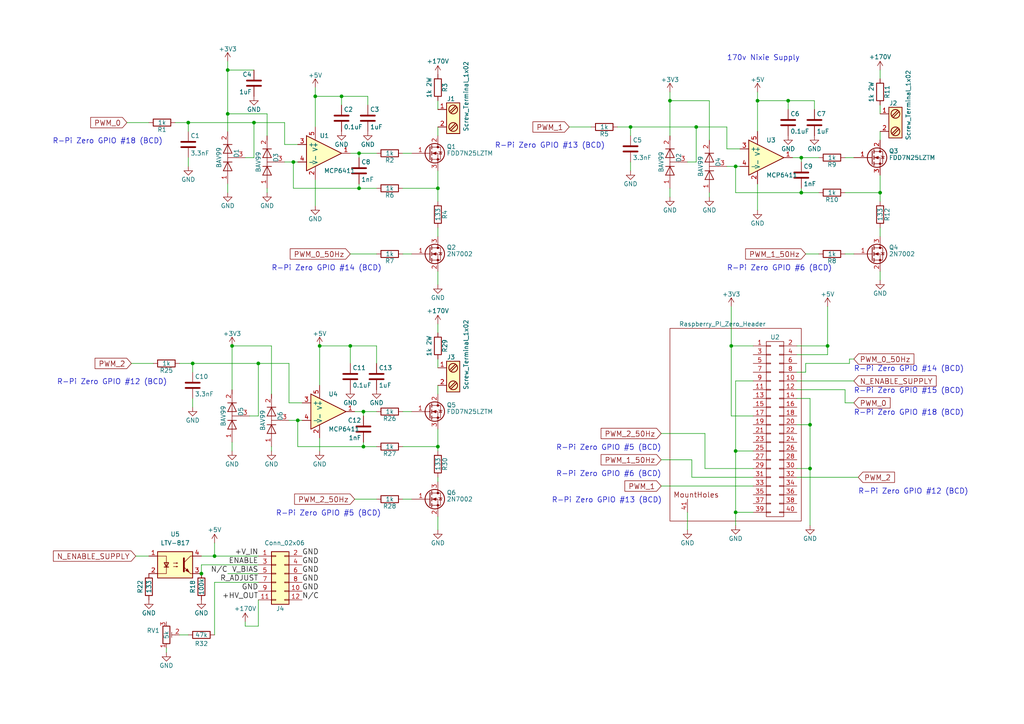
<source format=kicad_sch>
(kicad_sch (version 20230121) (generator eeschema)
  (paper "A4")
  (junction (at 201.93 36.83))
  (junction (at 55.88 105.41))
  (junction (at 228.6 29.21))
  (junction (at 54.61 35.56))
  (junction (at 105.41 129.54))
  (junction (at 240.03 100.33))
  (junction (at 127 129.54))
  (junction (at 194.31 29.21))
  (junction (at 58.42 166.37))
  (junction (at 92.71 100.33))
  (junction (at 74.93 105.41))
  (junction (at 182.88 36.83))
  (junction (at 62.23 161.29))
  (junction (at 232.41 55.88))
  (junction (at 101.6 100.33))
  (junction (at 104.14 44.45))
  (junction (at 212.09 100.33))
  (junction (at 86.36 121.92))
  (junction (at 66.04 20.32))
  (junction (at 234.95 123.19))
  (junction (at 105.41 119.38))
  (junction (at 73.66 35.56))
  (junction (at 219.71 29.21))
  (junction (at 213.36 48.26))
  (junction (at 232.41 45.72))
  (junction (at 255.27 55.88))
  (junction (at 213.36 130.81))
  (junction (at 66.04 33.02))
  (junction (at 127 54.61))
  (junction (at 213.36 148.59))
  (junction (at 99.06 27.94))
  (junction (at 104.14 54.61))
  (junction (at 91.44 27.94))
  (junction (at 67.31 100.33))
  (junction (at 234.95 135.89))
  (junction (at 85.09 46.99))
  (wire (pts (xy 55.88 107.95) (xy 55.88 105.41)))
  (wire (pts (xy 204.47 135.89) (xy 218.44 135.89)))
  (wire (pts (xy 116.84 73.66) (xy 119.38 73.66)))
  (wire (pts (xy 228.6 29.21) (xy 228.6 31.75)))
  (wire (pts (xy 83.82 116.84) (xy 87.63 116.84)))
  (wire (pts (xy 234.95 135.89) (xy 234.95 152.4)))
  (wire (pts (xy 101.6 73.66) (xy 109.22 73.66)))
  (wire (pts (xy 104.14 53.34) (xy 104.14 54.61)))
  (wire (pts (xy 245.11 45.72) (xy 247.65 45.72)))
  (wire (pts (xy 72.39 120.65) (xy 74.93 120.65)))
  (wire (pts (xy 105.41 120.65) (xy 105.41 119.38)))
  (wire (pts (xy 127 93.98) (xy 127 96.52)))
  (wire (pts (xy 194.31 26.67) (xy 194.31 29.21)))
  (wire (pts (xy 105.41 129.54) (xy 109.22 129.54)))
  (wire (pts (xy 86.36 121.92) (xy 86.36 129.54)))
  (wire (pts (xy 116.84 119.38) (xy 119.38 119.38)))
  (wire (pts (xy 233.68 107.95) (xy 233.68 105.41)))
  (wire (pts (xy 199.39 153.67) (xy 199.39 148.59)))
  (wire (pts (xy 210.82 43.18) (xy 214.63 43.18)))
  (wire (pts (xy 231.14 100.33) (xy 240.03 100.33)))
  (wire (pts (xy 127 130.81) (xy 127 129.54)))
  (wire (pts (xy 255.27 20.32) (xy 255.27 22.86)))
  (wire (pts (xy 231.14 110.49) (xy 247.65 110.49)))
  (wire (pts (xy 62.23 184.15) (xy 62.23 168.91)))
  (wire (pts (xy 62.23 161.29) (xy 74.93 161.29)))
  (wire (pts (xy 55.88 118.11) (xy 55.88 115.57)))
  (wire (pts (xy 182.88 49.53) (xy 182.88 46.99)))
  (wire (pts (xy 231.14 115.57) (xy 234.95 115.57)))
  (wire (pts (xy 191.77 140.97) (xy 218.44 140.97)))
  (wire (pts (xy 231.14 123.19) (xy 234.95 123.19)))
  (wire (pts (xy 77.47 33.02) (xy 66.04 33.02)))
  (wire (pts (xy 232.41 46.99) (xy 232.41 45.72)))
  (wire (pts (xy 213.36 148.59) (xy 218.44 148.59)))
  (wire (pts (xy 101.6 100.33) (xy 109.22 100.33)))
  (wire (pts (xy 82.55 35.56) (xy 82.55 41.91)))
  (wire (pts (xy 127 138.43) (xy 127 139.7)))
  (wire (pts (xy 105.41 119.38) (xy 109.22 119.38)))
  (wire (pts (xy 73.66 45.72) (xy 73.66 35.56)))
  (wire (pts (xy 233.68 105.41) (xy 246.38 105.41)))
  (wire (pts (xy 194.31 29.21) (xy 205.74 29.21)))
  (wire (pts (xy 240.03 88.9) (xy 240.03 100.33)))
  (wire (pts (xy 231.14 135.89) (xy 234.95 135.89)))
  (wire (pts (xy 82.55 46.99) (xy 85.09 46.99)))
  (wire (pts (xy 127 104.14) (xy 127 106.68)))
  (wire (pts (xy 240.03 100.33) (xy 240.03 102.87)))
  (wire (pts (xy 66.04 166.37) (xy 74.93 166.37)))
  (wire (pts (xy 127 36.83) (xy 127 39.37)))
  (wire (pts (xy 52.07 184.15) (xy 54.61 184.15)))
  (wire (pts (xy 62.23 157.48) (xy 62.23 161.29)))
  (wire (pts (xy 234.95 123.19) (xy 234.95 135.89)))
  (wire (pts (xy 204.47 125.73) (xy 204.47 135.89)))
  (wire (pts (xy 255.27 50.8) (xy 255.27 55.88)))
  (wire (pts (xy 104.14 54.61) (xy 109.22 54.61)))
  (wire (pts (xy 210.82 36.83) (xy 210.82 43.18)))
  (wire (pts (xy 39.37 161.29) (xy 43.18 161.29)))
  (wire (pts (xy 52.07 105.41) (xy 55.88 105.41)))
  (wire (pts (xy 212.09 120.65) (xy 218.44 120.65)))
  (wire (pts (xy 255.27 66.04) (xy 255.27 68.58)))
  (wire (pts (xy 182.88 36.83) (xy 201.93 36.83)))
  (wire (pts (xy 116.84 129.54) (xy 127 129.54)))
  (wire (pts (xy 127 29.21) (xy 127 31.75)))
  (wire (pts (xy 66.04 20.32) (xy 73.66 20.32)))
  (wire (pts (xy 219.71 29.21) (xy 228.6 29.21)))
  (wire (pts (xy 104.14 44.45) (xy 109.22 44.45)))
  (wire (pts (xy 245.11 116.84) (xy 247.65 116.84)))
  (wire (pts (xy 245.11 73.66) (xy 247.65 73.66)))
  (wire (pts (xy 106.68 27.94) (xy 106.68 30.48)))
  (wire (pts (xy 200.66 133.35) (xy 191.77 133.35)))
  (wire (pts (xy 83.82 121.92) (xy 86.36 121.92)))
  (wire (pts (xy 232.41 45.72) (xy 237.49 45.72)))
  (wire (pts (xy 218.44 130.81) (xy 213.36 130.81)))
  (wire (pts (xy 127 153.67) (xy 127 149.86)))
  (wire (pts (xy 66.04 20.32) (xy 66.04 17.78)))
  (wire (pts (xy 102.87 119.38) (xy 105.41 119.38)))
  (wire (pts (xy 91.44 59.69) (xy 91.44 52.07)))
  (wire (pts (xy 50.8 35.56) (xy 54.61 35.56)))
  (wire (pts (xy 201.93 36.83) (xy 210.82 36.83)))
  (wire (pts (xy 255.27 55.88) (xy 255.27 58.42)))
  (wire (pts (xy 62.23 168.91) (xy 74.93 168.91)))
  (wire (pts (xy 99.06 27.94) (xy 99.06 30.48)))
  (wire (pts (xy 74.93 173.99) (xy 74.93 181.61)))
  (wire (pts (xy 101.6 100.33) (xy 101.6 105.41)))
  (wire (pts (xy 78.74 100.33) (xy 78.74 114.3)))
  (wire (pts (xy 228.6 29.21) (xy 236.22 29.21)))
  (wire (pts (xy 43.18 35.56) (xy 36.83 35.56)))
  (wire (pts (xy 116.84 44.45) (xy 119.38 44.45)))
  (wire (pts (xy 213.36 55.88) (xy 232.41 55.88)))
  (wire (pts (xy 71.12 181.61) (xy 71.12 180.34)))
  (wire (pts (xy 236.22 29.21) (xy 236.22 31.75)))
  (wire (pts (xy 74.93 181.61) (xy 71.12 181.61)))
  (wire (pts (xy 67.31 100.33) (xy 78.74 100.33)))
  (wire (pts (xy 116.84 54.61) (xy 127 54.61)))
  (wire (pts (xy 245.11 113.03) (xy 245.11 116.84)))
  (wire (pts (xy 234.95 115.57) (xy 234.95 123.19)))
  (wire (pts (xy 229.87 45.72) (xy 232.41 45.72)))
  (wire (pts (xy 99.06 27.94) (xy 106.68 27.94)))
  (wire (pts (xy 210.82 48.26) (xy 213.36 48.26)))
  (wire (pts (xy 83.82 105.41) (xy 83.82 116.84)))
  (wire (pts (xy 127 66.04) (xy 127 68.58)))
  (wire (pts (xy 179.07 36.83) (xy 182.88 36.83)))
  (wire (pts (xy 127 124.46) (xy 127 129.54)))
  (wire (pts (xy 101.6 44.45) (xy 104.14 44.45)))
  (wire (pts (xy 92.71 130.81) (xy 92.71 127)))
  (wire (pts (xy 116.84 144.78) (xy 119.38 144.78)))
  (wire (pts (xy 219.71 26.67) (xy 219.71 29.21)))
  (wire (pts (xy 194.31 29.21) (xy 194.31 39.37)))
  (wire (pts (xy 127 82.55) (xy 127 78.74)))
  (wire (pts (xy 44.45 105.41) (xy 38.1 105.41)))
  (wire (pts (xy 85.09 46.99) (xy 86.36 46.99)))
  (wire (pts (xy 66.04 20.32) (xy 66.04 33.02)))
  (wire (pts (xy 218.44 100.33) (xy 212.09 100.33)))
  (wire (pts (xy 74.93 105.41) (xy 83.82 105.41)))
  (wire (pts (xy 85.09 54.61) (xy 104.14 54.61)))
  (wire (pts (xy 200.66 133.35) (xy 200.66 138.43)))
  (wire (pts (xy 231.14 138.43) (xy 248.92 138.43)))
  (wire (pts (xy 77.47 55.88) (xy 77.47 54.61)))
  (wire (pts (xy 205.74 29.21) (xy 205.74 40.64)))
  (wire (pts (xy 127 111.76) (xy 127 114.3)))
  (wire (pts (xy 240.03 102.87) (xy 231.14 102.87)))
  (wire (pts (xy 231.14 107.95) (xy 233.68 107.95)))
  (wire (pts (xy 182.88 39.37) (xy 182.88 36.83)))
  (wire (pts (xy 213.36 110.49) (xy 213.36 130.81)))
  (wire (pts (xy 82.55 41.91) (xy 86.36 41.91)))
  (wire (pts (xy 92.71 100.33) (xy 101.6 100.33)))
  (wire (pts (xy 67.31 100.33) (xy 67.31 113.03)))
  (wire (pts (xy 212.09 88.9) (xy 212.09 100.33)))
  (wire (pts (xy 91.44 27.94) (xy 91.44 36.83)))
  (wire (pts (xy 246.38 104.14) (xy 246.38 105.41)))
  (wire (pts (xy 109.22 100.33) (xy 109.22 105.41)))
  (wire (pts (xy 194.31 57.15) (xy 194.31 54.61)))
  (wire (pts (xy 86.36 129.54) (xy 105.41 129.54)))
  (wire (pts (xy 54.61 48.26) (xy 54.61 45.72)))
  (wire (pts (xy 92.71 100.33) (xy 92.71 111.76)))
  (wire (pts (xy 86.36 121.92) (xy 87.63 121.92)))
  (wire (pts (xy 66.04 33.02) (xy 66.04 38.1)))
  (wire (pts (xy 213.36 48.26) (xy 213.36 55.88)))
  (wire (pts (xy 233.68 73.66) (xy 237.49 73.66)))
  (wire (pts (xy 54.61 35.56) (xy 73.66 35.56)))
  (wire (pts (xy 104.14 45.72) (xy 104.14 44.45)))
  (wire (pts (xy 212.09 100.33) (xy 212.09 120.65)))
  (wire (pts (xy 213.36 48.26) (xy 214.63 48.26)))
  (wire (pts (xy 58.42 163.83) (xy 74.93 163.83)))
  (wire (pts (xy 218.44 110.49) (xy 213.36 110.49)))
  (wire (pts (xy 127 49.53) (xy 127 54.61)))
  (wire (pts (xy 200.66 138.43) (xy 218.44 138.43)))
  (wire (pts (xy 171.45 36.83) (xy 165.1 36.83)))
  (wire (pts (xy 213.36 130.81) (xy 213.36 148.59)))
  (wire (pts (xy 205.74 57.15) (xy 205.74 55.88)))
  (wire (pts (xy 231.14 113.03) (xy 245.11 113.03)))
  (wire (pts (xy 91.44 27.94) (xy 99.06 27.94)))
  (wire (pts (xy 67.31 130.81) (xy 67.31 128.27)))
  (wire (pts (xy 127 54.61) (xy 127 58.42)))
  (wire (pts (xy 58.42 163.83) (xy 58.42 166.37)))
  (wire (pts (xy 54.61 38.1) (xy 54.61 35.56)))
  (wire (pts (xy 73.66 35.56) (xy 82.55 35.56)))
  (wire (pts (xy 255.27 30.48) (xy 255.27 33.02)))
  (wire (pts (xy 91.44 25.4) (xy 91.44 27.94)))
  (wire (pts (xy 62.23 161.29) (xy 58.42 161.29)))
  (wire (pts (xy 102.87 144.78) (xy 109.22 144.78)))
  (wire (pts (xy 85.09 46.99) (xy 85.09 54.61)))
  (wire (pts (xy 245.11 55.88) (xy 255.27 55.88)))
  (wire (pts (xy 77.47 39.37) (xy 77.47 33.02)))
  (wire (pts (xy 105.41 128.27) (xy 105.41 129.54)))
  (wire (pts (xy 199.39 46.99) (xy 201.93 46.99)))
  (wire (pts (xy 48.26 189.23) (xy 48.26 187.96)))
  (wire (pts (xy 55.88 105.41) (xy 74.93 105.41)))
  (wire (pts (xy 66.04 55.88) (xy 66.04 53.34)))
  (wire (pts (xy 232.41 54.61) (xy 232.41 55.88)))
  (wire (pts (xy 255.27 38.1) (xy 255.27 40.64)))
  (wire (pts (xy 219.71 29.21) (xy 219.71 38.1)))
  (wire (pts (xy 78.74 130.81) (xy 78.74 129.54)))
  (wire (pts (xy 255.27 81.28) (xy 255.27 78.74)))
  (wire (pts (xy 201.93 46.99) (xy 201.93 36.83)))
  (wire (pts (xy 232.41 55.88) (xy 237.49 55.88)))
  (wire (pts (xy 213.36 148.59) (xy 213.36 152.4)))
  (wire (pts (xy 71.12 45.72) (xy 73.66 45.72)))
  (wire (pts (xy 219.71 60.96) (xy 219.71 53.34)))
  (wire (pts (xy 191.77 125.73) (xy 204.47 125.73)))
  (wire (pts (xy 246.38 104.14) (xy 247.65 104.14)))
  (wire (pts (xy 74.93 120.65) (xy 74.93 105.41)))
  (text "R-Pi Zero GPIO #5 (BCD)" (at 161.29 130.81 0) (effects (font (size 1.524 1.524)) (justify left bottom)))
  (text "R-Pi Zero GPIO #18 (BCD)" (at 15.24 41.91 0) (effects (font (size 1.524 1.524)) (justify left bottom)))
  (text "R-Pi Zero GPIO #6 (BCD)" (at 161.29 138.43 0) (effects (font (size 1.524 1.524)) (justify left bottom)))
  (text "R-Pi Zero GPIO #12 (BCD)" (at 16.51 111.76 0) (effects (font (size 1.524 1.524)) (justify left bottom)))
  (text "R-Pi Zero GPIO #12 (BCD)" (at 248.92 143.51 0) (effects (font (size 1.524 1.524)) (justify left bottom)))
  (text "R-Pi Zero GPIO #18 (BCD)" (at 247.65 120.65 0) (effects (font (size 1.524 1.524)) (justify left bottom)))
  (text "R-Pi Zero GPIO #13 (BCD)" (at 160.02 146.05 0) (effects (font (size 1.524 1.524)) (justify left bottom)))
  (text "R-Pi Zero GPIO #14 (BCD)" (at 78.74 78.74 0) (effects (font (size 1.524 1.524)) (justify left bottom)))
  (text "R-Pi Zero GPIO #6 (BCD)" (at 210.82 78.74 0) (effects (font (size 1.524 1.524)) (justify left bottom)))
  (text "R-Pi Zero GPIO #14 (BCD)" (at 247.65 107.95 0) (effects (font (size 1.524 1.524)) (justify left bottom)))
  (text "R-Pi Zero GPIO #15 (BCD)\n" (at 247.65 114.3 0) (effects (font (size 1.524 1.524)) (justify left bottom)))
  (text "R-Pi Zero GPIO #13 (BCD)" (at 143.51 43.18 0) (effects (font (size 1.524 1.524)) (justify left bottom)))
  (text "170v Nixie Supply \n" (at 210.82 17.78 0) (effects (font (size 1.524 1.524)) (justify left bottom)))
  (text "R-Pi Zero GPIO #5 (BCD)" (at 80.01 149.86 0) (effects (font (size 1.524 1.524)) (justify left bottom)))
  (label "N{slash}C" (at 87.63 173.99 0) (effects (font (size 1.524 1.524))))
  (label "+HV_OUT" (at 74.93 173.99 180) (effects (font (size 1.524 1.524))))
  (label "GND" (at 87.63 161.29 0) (effects (font (size 1.524 1.524))))
  (label "GND" (at 87.63 166.37 0) (effects (font (size 1.524 1.524))))
  (label "ENABLE" (at 74.93 163.83 180) (effects (font (size 1.524 1.524))))
  (label "GND" (at 87.63 171.45 0) (effects (font (size 1.524 1.524))))
  (label "V_BIAS" (at 74.93 166.37 180) (effects (font (size 1.524 1.524))))
  (label "+V_IN" (at 74.93 161.29 180) (effects (font (size 1.524 1.524))))
  (label "GND" (at 87.63 168.91 0) (effects (font (size 1.524 1.524))))
  (label "R_ADJUST" (at 74.93 168.91 180) (effects (font (size 1.524 1.524))))
  (label "N{slash}C" (at 66.04 166.37 180) (effects (font (size 1.524 1.524))))
  (label "GND" (at 87.63 163.83 0) (effects (font (size 1.524 1.524))))
  (label "GND" (at 74.93 171.45 180) (effects (font (size 1.524 1.524))))
  (global_label "PWM_1_50Hz" (shape input) (at 191.77 133.35 180) (effects (font (size 1.524 1.524))) (property "Intersheetrefs" "${INTERSHEET_REFS}" (effects hide)))
  (global_label "PWM_2_50Hz" (shape input) (at 102.87 144.78 180) (effects (font (size 1.524 1.524))) (property "Intersheetrefs" "${INTERSHEET_REFS}" (effects hide)))
  (global_label "N_ENABLE_SUPPLY" (shape input) (at 39.37 161.29 180) (effects (font (size 1.524 1.524))) (property "Intersheetrefs" "${INTERSHEET_REFS}" (effects hide)))
  (global_label "PWM_1" (shape input) (at 165.1 36.83 180) (effects (font (size 1.524 1.524))) (property "Intersheetrefs" "${INTERSHEET_REFS}" (effects hide)))
  (global_label "PWM_0_50Hz" (shape input) (at 247.65 104.14 0) (effects (font (size 1.524 1.524))) (property "Intersheetrefs" "${INTERSHEET_REFS}" (effects hide)))
  (global_label "PWM_2_50Hz" (shape input) (at 191.77 125.73 180) (effects (font (size 1.524 1.524))) (property "Intersheetrefs" "${INTERSHEET_REFS}" (effects hide)))
  (global_label "PWM_0" (shape input) (at 247.65 116.84 0) (effects (font (size 1.524 1.524))) (property "Intersheetrefs" "${INTERSHEET_REFS}" (effects hide)))
  (global_label "PWM_0_50Hz" (shape input) (at 101.6 73.66 180) (effects (font (size 1.524 1.524))) (property "Intersheetrefs" "${INTERSHEET_REFS}" (effects hide)))
  (global_label "PWM_1_50Hz" (shape input) (at 233.68 73.66 180) (effects (font (size 1.524 1.524))) (property "Intersheetrefs" "${INTERSHEET_REFS}" (effects hide)))
  (global_label "PWM_2" (shape input) (at 38.1 105.41 180) (effects (font (size 1.524 1.524))) (property "Intersheetrefs" "${INTERSHEET_REFS}" (effects hide)))
  (global_label "PWM_2" (shape input) (at 248.92 138.43 0) (effects (font (size 1.524 1.524))) (property "Intersheetrefs" "${INTERSHEET_REFS}" (effects hide)))
  (global_label "PWM_0" (shape input) (at 36.83 35.56 180) (effects (font (size 1.524 1.524))) (property "Intersheetrefs" "${INTERSHEET_REFS}" (effects hide)))
  (global_label "N_ENABLE_SUPPLY" (shape input) (at 247.65 110.49 0) (effects (font (size 1.524 1.524))) (property "Intersheetrefs" "${INTERSHEET_REFS}" (effects hide)))
  (global_label "PWM_1" (shape input) (at 191.77 140.97 180) (effects (font (size 1.524 1.524))) (property "Intersheetrefs" "${INTERSHEET_REFS}" (effects hide)))
  (symbol (lib_id "KC_3xNixieBargraphHat-rescue:R") (at 46.99 35.56 270) (unit 1)
    (property "Reference" "R1" (at 46.99 37.592 90))
    (property "Value" "1k" (at 46.99 35.56 90))
    (property "Footprint" "Resistor_SMD:R_0805_2012Metric_Pad1.20x1.40mm_HandSolder" (effects hide))
    (property "Datasheet" "https://www.digikey.com/product-detail/en/yageo/RC0805FR-071KL/311-1.00KCRCT-ND/730391" (effects hide))
    (property "MPN" "RC0805FR-071KL" (effects hide))
  )
  (symbol (lib_id "KC_3xNixieBargraphHat-rescue:C") (at 54.61 41.91 0) (unit 1)
    (property "Reference" "C1" (at 55.245 39.37 0) (effects (justify left)))
    (property "Value" "3.3nF" (at 55.245 44.45 0) (effects (justify left)))
    (property "Footprint" "Capacitor_SMD:C_0805_2012Metric_Pad1.18x1.45mm_HandSolder" (effects hide))
    (property "Datasheet" "https://www.digikey.com/product-detail/en/kemet/C0805C332KDRACAUTO/399-16654-1-ND/8110020" (effects hide))
    (property "MPN" "C0805C332KDRACAUTO" (effects hide))
  )
  (symbol (lib_id "KC_3xNixieBargraphHat-rescue:R") (at 127 62.23 0) (unit 1)
    (property "Reference" "R4" (at 129.032 62.23 90))
    (property "Value" "133" (at 127 62.23 90))
    (property "Footprint" "Resistor_SMD:R_0805_2012Metric_Pad1.20x1.40mm_HandSolder" (effects hide))
    (property "Datasheet" "https://www.digikey.com/product-detail/en/yageo/RC0805FR-07133RL/311-133CRCT-ND/730538" (effects hide))
    (property "MPN" "RC0805FR-07133RL" (effects hide))
  )
  (symbol (lib_id "KC_3xNixieBargraphHat-rescue:R") (at 113.03 44.45 270) (unit 1)
    (property "Reference" "R2" (at 113.03 46.482 90))
    (property "Value" "1k" (at 113.03 44.45 90))
    (property "Footprint" "Resistor_SMD:R_0805_2012Metric_Pad1.20x1.40mm_HandSolder" (effects hide))
    (property "Datasheet" "https://www.digikey.com/product-detail/en/yageo/RC0805FR-071KL/311-1.00KCRCT-ND/730391" (effects hide))
    (property "MPN" "RC0805FR-078K2L" (effects hide))
  )
  (symbol (lib_id "KC_3xNixieBargraphHat-rescue:R") (at 127 25.4 0) (unit 1)
    (property "Reference" "R3" (at 129.032 25.4 90))
    (property "Value" "1k 2W" (at 124.46 25.4 90))
    (property "Footprint" "Resistor_THT:R_Axial_DIN0411_L9.9mm_D3.6mm_P12.70mm_Horizontal" (effects hide))
    (property "Datasheet" "https://www.digikey.com/product-detail/en/vishay-bc-components/PR02000201001JR500/PPC1.0KW-2TR-ND/596130" (effects hide))
    (property "MPN" "PR02000201001JR500" (effects hide))
  )
  (symbol (lib_id "KC_3xNixieBargraphHat-rescue:MCP6001") (at 93.98 44.45 0) (unit 1)
    (property "Reference" "U1" (at 92.71 39.37 0) (effects (justify left)))
    (property "Value" "MCP6411" (at 93.98 49.53 0) (effects (justify left)))
    (property "Footprint" "Package_TO_SOT_SMD:TSOT-23-5_HandSoldering" (effects hide))
    (property "Datasheet" "http://ww1.microchip.com/downloads/en/DeviceDoc/20005791B.pdf" (effects hide))
    (property "MPN" "MCP6411T-E/OT" (effects hide))
  )
  (symbol (lib_id "KC_3xNixieBargraphHat-rescue:2N7002") (at 124.46 73.66 0) (unit 1)
    (property "Reference" "Q2" (at 129.54 71.755 0) (effects (justify left)))
    (property "Value" "2N7002" (at 129.54 73.66 0) (effects (justify left)))
    (property "Footprint" "Package_TO_SOT_SMD:SOT-23" (effects hide))
    (property "Datasheet" "https://www.digikey.com/product-detail/en/micro-commercial-co/2N7002-TP/2N7002-TPMSTR-ND/1959296" (effects hide))
    (property "MPN" "2N7002-TP" (effects hide))
  )
  (symbol (lib_id "KC_3xNixieBargraphHat-rescue:BSP129") (at 124.46 44.45 0) (unit 1)
    (property "Reference" "Q1" (at 129.54 42.545 0) (effects (justify left)))
    (property "Value" "FDD7N25LZTM" (at 129.54 44.45 0) (effects (justify left)))
    (property "Footprint" "Package_TO_SOT_SMD:TO-252-2" (effects hide))
    (property "Datasheet" "https://www.digikey.com/product-detail/en/on-semiconductor/FDD7N25LZTM/FDD7N25LZTMCT-ND/3908038" (effects hide))
    (property "MPN" "FDD7N25LZTM" (effects hide))
  )
  (symbol (lib_id "KC_3xNixieBargraphHat-rescue:GND") (at 127 82.55 0) (unit 1)
    (property "Reference" "#PWR01" (effects hide))
    (property "Value" "GND" (at 127 86.36 0))
  )
  (symbol (lib_id "KC_3xNixieBargraphHat-rescue:GND") (at 91.44 59.69 0) (unit 1)
    (property "Reference" "#PWR02" (effects hide))
    (property "Value" "GND" (at 91.44 63.5 0))
  )
  (symbol (lib_id "KC_3xNixieBargraphHat-rescue:GND") (at 54.61 48.26 0) (unit 1)
    (property "Reference" "#PWR03" (effects hide))
    (property "Value" "GND" (at 54.61 52.07 0))
  )
  (symbol (lib_id "KC_3xNixieBargraphHat-rescue:+170V") (at 127 21.59 0) (unit 1)
    (property "Reference" "#PWR04" (effects hide))
    (property "Value" "+170V" (at 127 17.78 0))
  )
  (symbol (lib_id "KC_3xNixieBargraphHat-rescue:GND") (at 66.04 55.88 0) (unit 1)
    (property "Reference" "#PWR05" (effects hide))
    (property "Value" "GND" (at 66.04 59.69 0))
  )
  (symbol (lib_id "KC_3xNixieBargraphHat-rescue:+3.3V") (at 66.04 17.78 0) (unit 1)
    (property "Reference" "#PWR06" (effects hide))
    (property "Value" "+3.3V" (at 66.04 14.224 0))
  )
  (symbol (lib_id "KC_3xNixieBargraphHat-rescue:D_x2_Serial_AKC") (at 66.04 45.72 90) (unit 1)
    (property "Reference" "D1" (at 68.58 44.45 0))
    (property "Value" "BAV99" (at 63.5 45.72 0))
    (property "Footprint" "Package_TO_SOT_SMD:SOT-23" (effects hide))
    (property "Datasheet" "https://www.digikey.com/product-detail/en/nexperia-usa-inc/BAV99235/1727-4311-1-ND/2209921" (effects hide))
    (property "MPN" "BAV99,235" (effects hide))
  )
  (symbol (lib_id "KC_3xNixieBargraphHat-rescue:C") (at 99.06 34.29 0) (unit 1)
    (property "Reference" "C2" (at 99.695 31.75 0) (effects (justify left)))
    (property "Value" "0.1uF" (at 99.695 36.83 0) (effects (justify left)))
    (property "Footprint" "Capacitor_SMD:C_0805_2012Metric_Pad1.18x1.45mm_HandSolder" (effects hide))
    (property "Datasheet" "https://www.digikey.com/product-detail/en/kemet/C0805C104K3RACTU/399-1168-2-ND/411167" (effects hide))
    (property "MPN" "C0805C104K3RACTU" (effects hide))
  )
  (symbol (lib_id "KC_3xNixieBargraphHat-rescue:GND") (at 99.06 38.1 0) (unit 1)
    (property "Reference" "#PWR07" (effects hide))
    (property "Value" "GND" (at 99.06 41.91 0))
  )
  (symbol (lib_id "KC_3xNixieBargraphHat-rescue:C") (at 106.68 34.29 0) (unit 1)
    (property "Reference" "C3" (at 107.315 31.75 0) (effects (justify left)))
    (property "Value" "1uF" (at 107.315 36.83 0) (effects (justify left)))
    (property "Footprint" "Capacitor_SMD:C_0805_2012Metric_Pad1.18x1.45mm_HandSolder" (effects hide))
    (property "Datasheet" "https://www.digikey.com/product-detail/en/samsung-electro-mechanics/CL21F105ZBFNNNE/1276-3010-2-ND/3888668" (effects hide))
    (property "MPN" "CL21F105ZBFNNNE" (effects hide))
  )
  (symbol (lib_id "KC_3xNixieBargraphHat-rescue:GND") (at 106.68 38.1 0) (unit 1)
    (property "Reference" "#PWR08" (effects hide))
    (property "Value" "GND" (at 106.68 41.91 0))
  )
  (symbol (lib_id "KC_3xNixieBargraphHat-rescue:Raspberry_PI_Zero_Hat") (at 214.63 121.92 0) (unit 1)
    (property "Reference" "U2" (at 224.79 97.79 0))
    (property "Value" "Raspberry_PI_Zero_Header" (at 209.55 93.98 0))
    (property "Footprint" "Connector_PinHeader_2.54mm:PinHeader_2x20_P2.54mm_Vertical" (effects hide))
  )
  (symbol (lib_id "KC_3xNixieBargraphHat-rescue:GND") (at 213.36 152.4 0) (unit 1)
    (property "Reference" "#PWR012" (effects hide))
    (property "Value" "GND" (at 213.36 156.21 0))
  )
  (symbol (lib_id "KC_3xNixieBargraphHat-rescue:+5V") (at 240.03 88.9 0) (unit 1)
    (property "Reference" "#PWR013" (effects hide))
    (property "Value" "+5V" (at 240.03 85.344 0))
  )
  (symbol (lib_id "KC_3xNixieBargraphHat-rescue:+3.3V") (at 212.09 88.9 0) (unit 1)
    (property "Reference" "#PWR014" (effects hide))
    (property "Value" "+3.3V" (at 212.09 85.344 0))
  )
  (symbol (lib_id "KC_3xNixieBargraphHat-rescue:GND") (at 234.95 152.4 0) (unit 1)
    (property "Reference" "#PWR015" (effects hide))
    (property "Value" "GND" (at 234.95 156.21 0))
  )
  (symbol (lib_id "KC_3xNixieBargraphHat-rescue:+5V") (at 91.44 25.4 0) (unit 1)
    (property "Reference" "#PWR016" (effects hide))
    (property "Value" "+5V" (at 91.44 21.844 0))
  )
  (symbol (lib_id "KC_3xNixieBargraphHat-rescue:R") (at 175.26 36.83 270) (unit 1)
    (property "Reference" "R5" (at 175.26 38.862 90))
    (property "Value" "1k" (at 175.26 36.83 90))
    (property "Footprint" "Resistor_SMD:R_0805_2012Metric_Pad1.20x1.40mm_HandSolder" (effects hide))
    (property "Datasheet" "https://www.digikey.com/product-detail/en/yageo/RC0805FR-071KL/311-1.00KCRCT-ND/730391" (effects hide))
    (property "MPN" "RC0805FR-071KL" (effects hide))
  )
  (symbol (lib_id "KC_3xNixieBargraphHat-rescue:C") (at 182.88 43.18 0) (unit 1)
    (property "Reference" "C5" (at 183.515 40.64 0) (effects (justify left)))
    (property "Value" "3.3nF" (at 183.515 45.72 0) (effects (justify left)))
    (property "Footprint" "Capacitor_SMD:C_0805_2012Metric_Pad1.18x1.45mm_HandSolder" (effects hide))
    (property "Datasheet" "https://www.digikey.com/product-detail/en/kemet/C0805C332KDRACAUTO/399-16654-1-ND/8110020" (effects hide))
    (property "MPN" "C0805C332KDRACAUTO" (effects hide))
  )
  (symbol (lib_id "KC_3xNixieBargraphHat-rescue:R") (at 255.27 62.23 0) (unit 1)
    (property "Reference" "R12" (at 257.302 62.23 90))
    (property "Value" "133" (at 255.27 62.23 90))
    (property "Footprint" "Resistor_SMD:R_0805_2012Metric_Pad1.20x1.40mm_HandSolder" (effects hide))
    (property "Datasheet" "https://www.digikey.com/product-detail/en/yageo/RC0805FR-07133RL/311-133CRCT-ND/730538" (effects hide))
    (property "MPN" "RC0805FR-07133RL" (effects hide))
  )
  (symbol (lib_id "KC_3xNixieBargraphHat-rescue:R") (at 241.3 45.72 270) (unit 1)
    (property "Reference" "R9" (at 241.3 47.752 90))
    (property "Value" "1k" (at 241.3 45.72 90))
    (property "Footprint" "Resistor_SMD:R_0805_2012Metric_Pad1.20x1.40mm_HandSolder" (effects hide))
    (property "Datasheet" "https://www.digikey.com/product-detail/en/yageo/RC0805FR-071KL/311-1.00KCRCT-ND/730391" (effects hide))
    (property "MPN" "RC0805FR-078K2L" (effects hide))
  )
  (symbol (lib_id "KC_3xNixieBargraphHat-rescue:R") (at 255.27 26.67 0) (unit 1)
    (property "Reference" "R11" (at 257.302 26.67 90))
    (property "Value" "1k 2W" (at 252.73 26.67 90))
    (property "Footprint" "Resistor_THT:R_Axial_DIN0411_L9.9mm_D3.6mm_P12.70mm_Horizontal" (effects hide))
    (property "Datasheet" "https://www.digikey.com/product-detail/en/vishay-bc-components/PR02000201001JR500/PPC1.0KW-2TR-ND/596130" (effects hide))
    (property "MPN" "PR02000201001JR500" (effects hide))
  )
  (symbol (lib_id "KC_3xNixieBargraphHat-rescue:2N7002") (at 252.73 73.66 0) (unit 1)
    (property "Reference" "Q4" (at 257.81 71.755 0) (effects (justify left)))
    (property "Value" "2N7002" (at 257.81 73.66 0) (effects (justify left)))
    (property "Footprint" "Package_TO_SOT_SMD:SOT-23" (effects hide))
    (property "Datasheet" "https://www.digikey.com/product-detail/en/micro-commercial-co/2N7002-TP/2N7002-TPMSTR-ND/1959296" (effects hide))
    (property "MPN" "2N7002-TP" (effects hide))
  )
  (symbol (lib_id "KC_3xNixieBargraphHat-rescue:BSP129") (at 252.73 45.72 0) (unit 1)
    (property "Reference" "Q3" (at 257.81 43.815 0) (effects (justify left)))
    (property "Value" "FDD7N25LZTM" (at 257.81 45.72 0) (effects (justify left)))
    (property "Footprint" "Package_TO_SOT_SMD:TO-252-2" (effects hide))
    (property "Datasheet" "https://www.digikey.com/product-detail/en/on-semiconductor/FDD7N25LZTM/FDD7N25LZTMCT-ND/3908038" (effects hide))
    (property "MPN" "FDD7N25LZTM" (effects hide))
  )
  (symbol (lib_id "KC_3xNixieBargraphHat-rescue:MCP6001") (at 222.25 45.72 0) (unit 1)
    (property "Reference" "U3" (at 222.25 40.64 0) (effects (justify left)))
    (property "Value" "MCP6411" (at 222.25 50.8 0) (effects (justify left)))
    (property "Footprint" "Package_TO_SOT_SMD:TSOT-23-5_HandSoldering" (effects hide))
    (property "Datasheet" "http://ww1.microchip.com/downloads/en/DeviceDoc/20005791B.pdf" (effects hide))
    (property "MPN" "MCP6411T-E/OT" (effects hide))
  )
  (symbol (lib_id "KC_3xNixieBargraphHat-rescue:GND") (at 255.27 81.28 0) (unit 1)
    (property "Reference" "#PWR017" (effects hide))
    (property "Value" "GND" (at 255.27 85.09 0))
  )
  (symbol (lib_id "KC_3xNixieBargraphHat-rescue:GND") (at 219.71 60.96 0) (unit 1)
    (property "Reference" "#PWR018" (effects hide))
    (property "Value" "GND" (at 219.71 64.77 0))
  )
  (symbol (lib_id "KC_3xNixieBargraphHat-rescue:GND") (at 182.88 49.53 0) (unit 1)
    (property "Reference" "#PWR019" (effects hide))
    (property "Value" "GND" (at 182.88 53.34 0))
  )
  (symbol (lib_id "KC_3xNixieBargraphHat-rescue:+170V") (at 255.27 20.32 0) (unit 1)
    (property "Reference" "#PWR020" (effects hide))
    (property "Value" "+170V" (at 255.27 16.51 0))
  )
  (symbol (lib_id "KC_3xNixieBargraphHat-rescue:GND") (at 194.31 57.15 0) (unit 1)
    (property "Reference" "#PWR021" (effects hide))
    (property "Value" "GND" (at 194.31 60.96 0))
  )
  (symbol (lib_id "KC_3xNixieBargraphHat-rescue:+3.3V") (at 194.31 26.67 0) (unit 1)
    (property "Reference" "#PWR022" (effects hide))
    (property "Value" "+3.3V" (at 194.31 23.114 0))
  )
  (symbol (lib_id "KC_3xNixieBargraphHat-rescue:D_x2_Serial_AKC") (at 194.31 46.99 90) (unit 1)
    (property "Reference" "D2" (at 196.85 45.72 0))
    (property "Value" "BAV99" (at 191.77 46.99 0))
    (property "Footprint" "Package_TO_SOT_SMD:SOT-23" (effects hide))
    (property "Datasheet" "https://www.digikey.com/product-detail/en/nexperia-usa-inc/BAV99235/1727-4311-1-ND/2209921" (effects hide))
    (property "MPN" "BAV99,235" (effects hide))
  )
  (symbol (lib_id "KC_3xNixieBargraphHat-rescue:C") (at 228.6 35.56 0) (unit 1)
    (property "Reference" "C6" (at 229.235 33.02 0) (effects (justify left)))
    (property "Value" "0.1uF" (at 229.235 38.1 0) (effects (justify left)))
    (property "Footprint" "Capacitor_SMD:C_0805_2012Metric_Pad1.18x1.45mm_HandSolder" (effects hide))
    (property "Datasheet" "https://www.digikey.com/product-detail/en/kemet/C0805C104K3RACTU/399-1168-2-ND/411167" (effects hide))
    (property "MPN" "C0805C104K3RACTU" (effects hide))
  )
  (symbol (lib_id "KC_3xNixieBargraphHat-rescue:GND") (at 228.6 39.37 0) (unit 1)
    (property "Reference" "#PWR023" (effects hide))
    (property "Value" "GND" (at 228.6 43.18 0))
  )
  (symbol (lib_id "KC_3xNixieBargraphHat-rescue:C") (at 236.22 35.56 0) (unit 1)
    (property "Reference" "C7" (at 236.855 33.02 0) (effects (justify left)))
    (property "Value" "1uF" (at 236.855 38.1 0) (effects (justify left)))
    (property "Footprint" "Capacitor_SMD:C_0805_2012Metric_Pad1.18x1.45mm_HandSolder" (effects hide))
    (property "Datasheet" "https://www.digikey.com/product-detail/en/samsung-electro-mechanics/CL21F105ZBFNNNE/1276-3010-2-ND/3888668" (effects hide))
    (property "MPN" "CL21F105ZBFNNNE" (effects hide))
  )
  (symbol (lib_id "KC_3xNixieBargraphHat-rescue:GND") (at 236.22 39.37 0) (unit 1)
    (property "Reference" "#PWR024" (effects hide))
    (property "Value" "GND" (at 236.22 43.18 0))
  )
  (symbol (lib_id "KC_3xNixieBargraphHat-rescue:+5V") (at 219.71 26.67 0) (unit 1)
    (property "Reference" "#PWR025" (effects hide))
    (property "Value" "+5V" (at 219.71 23.114 0))
  )
  (symbol (lib_id "KC_3xNixieBargraphHat-rescue:R") (at 113.03 54.61 270) (unit 1)
    (property "Reference" "R6" (at 113.03 56.642 90))
    (property "Value" "1k" (at 113.03 54.61 90))
    (property "Footprint" "Resistor_SMD:R_0805_2012Metric_Pad1.20x1.40mm_HandSolder" (effects hide))
    (property "Datasheet" "https://www.digikey.com/product-detail/en/yageo/RC0805FR-071KL/311-1.00KCRCT-ND/730391" (effects hide))
    (property "MPN" "RC0805FR-071KL" (effects hide))
  )
  (symbol (lib_id "KC_3xNixieBargraphHat-rescue:R") (at 241.3 55.88 270) (unit 1)
    (property "Reference" "R10" (at 241.3 57.912 90))
    (property "Value" "1k" (at 241.3 55.88 90))
    (property "Footprint" "Resistor_SMD:R_0805_2012Metric_Pad1.20x1.40mm_HandSolder" (effects hide))
    (property "Datasheet" "https://www.digikey.com/product-detail/en/yageo/RC0805FR-071KL/311-1.00KCRCT-ND/730391" (effects hide))
    (property "MPN" "RC0805FR-071KL" (effects hide))
  )
  (symbol (lib_id "KC_3xNixieBargraphHat-rescue:R") (at 241.3 73.66 270) (unit 1)
    (property "Reference" "R8" (at 241.3 75.692 90))
    (property "Value" "1k" (at 241.3 73.66 90))
    (property "Footprint" "Resistor_SMD:R_0805_2012Metric_Pad1.20x1.40mm_HandSolder" (effects hide))
    (property "Datasheet" "https://www.digikey.com/product-detail/en/yageo/RC0805FR-071KL/311-1.00KCRCT-ND/730391" (effects hide))
    (property "MPN" "RC0805FR-071KL" (effects hide))
  )
  (symbol (lib_id "KC_3xNixieBargraphHat-rescue:R") (at 113.03 73.66 270) (unit 1)
    (property "Reference" "R7" (at 113.03 75.692 90))
    (property "Value" "1k" (at 113.03 73.66 90))
    (property "Footprint" "Resistor_SMD:R_0805_2012Metric_Pad1.20x1.40mm_HandSolder" (effects hide))
    (property "Datasheet" "https://www.digikey.com/product-detail/en/yageo/RC0805FR-071KL/311-1.00KCRCT-ND/730391" (effects hide))
    (property "MPN" "RC0805FR-071KL" (effects hide))
  )
  (symbol (lib_id "KC_3xNixieBargraphHat-rescue:Screw_Terminal_1x02") (at 132.08 34.29 0) (mirror y) (unit 1)
    (property "Reference" "J1" (at 130.81 27.94 0) (effects (justify top)))
    (property "Value" "Screw_Terminal_1x02" (at 135.89 27.94 90) (effects (justify top)))
    (property "Footprint" "TerminalBlock_Phoenix:TerminalBlock_Phoenix_MPT-0,5-2-2.54_1x02_P2.54mm_Horizontal" (effects hide))
    (property "Datasheet" "https://www.digikey.com/product-detail/en/phoenix-contact/1725669/277-1274-ND/267463" (effects hide))
    (property "MPN" "1725669" (effects hide))
  )
  (symbol (lib_id "KC_3xNixieBargraphHat-rescue:Screw_Terminal_1x02") (at 260.35 35.56 0) (mirror y) (unit 1)
    (property "Reference" "J2" (at 259.08 29.21 0) (effects (justify top)))
    (property "Value" "Screw_Terminal_1x02" (at 264.16 30.48 90) (effects (justify top)))
    (property "Footprint" "TerminalBlock_Phoenix:TerminalBlock_Phoenix_MPT-0,5-2-2.54_1x02_P2.54mm_Horizontal" (effects hide))
    (property "Datasheet" "https://www.digikey.com/product-detail/en/phoenix-contact/1725669/277-1274-ND/267463" (effects hide))
    (property "MPN" "1725669" (effects hide))
  )
  (symbol (lib_id "KC_3xNixieBargraphHat-rescue:D_x2_Serial_AKC") (at 77.47 46.99 90) (unit 1)
    (property "Reference" "D3" (at 80.01 45.72 0))
    (property "Value" "BAV99" (at 74.93 46.99 0))
    (property "Footprint" "Package_TO_SOT_SMD:SOT-23" (effects hide))
    (property "Datasheet" "https://www.digikey.com/product-detail/en/nexperia-usa-inc/BAV99235/1727-4311-1-ND/2209921" (effects hide))
    (property "MPN" "BAV99,235" (effects hide))
  )
  (symbol (lib_id "KC_3xNixieBargraphHat-rescue:GND") (at 77.47 55.88 0) (unit 1)
    (property "Reference" "#PWR028" (effects hide))
    (property "Value" "GND" (at 77.47 59.69 0))
  )
  (symbol (lib_id "KC_3xNixieBargraphHat-rescue:D_x2_Serial_AKC") (at 205.74 48.26 90) (unit 1)
    (property "Reference" "D4" (at 208.28 46.99 0))
    (property "Value" "BAV99" (at 203.2 48.26 0))
    (property "Footprint" "Package_TO_SOT_SMD:SOT-23" (effects hide))
    (property "Datasheet" "https://www.digikey.com/product-detail/en/nexperia-usa-inc/BAV99235/1727-4311-1-ND/2209921" (effects hide))
    (property "MPN" "BAV99,235" (effects hide))
  )
  (symbol (lib_id "KC_3xNixieBargraphHat-rescue:GND") (at 205.74 57.15 0) (unit 1)
    (property "Reference" "#PWR029" (effects hide))
    (property "Value" "GND" (at 205.74 60.96 0))
  )
  (symbol (lib_id "KC_3xNixieBargraphHat-rescue:C") (at 104.14 49.53 0) (unit 1)
    (property "Reference" "C8" (at 104.775 46.99 0) (effects (justify left)))
    (property "Value" "1nF" (at 104.775 52.07 0) (effects (justify left)))
    (property "Footprint" "Capacitor_SMD:C_0805_2012Metric_Pad1.18x1.45mm_HandSolder" (effects hide))
    (property "Datasheet" "https://www.digikey.com/product-detail/en/kemet/C0805C102J5HACAUTO/399-16591-1-ND/7943643" (effects hide))
    (property "MPN" "C0805C102J5HACAUTO" (effects hide))
  )
  (symbol (lib_id "KC_3xNixieBargraphHat-rescue:C") (at 232.41 50.8 0) (unit 1)
    (property "Reference" "C9" (at 233.045 48.26 0) (effects (justify left)))
    (property "Value" "1nF" (at 233.045 53.34 0) (effects (justify left)))
    (property "Footprint" "Capacitor_SMD:C_0805_2012Metric_Pad1.18x1.45mm_HandSolder" (effects hide))
    (property "Datasheet" "https://www.digikey.com/product-detail/en/kemet/C0805C102J5HACAUTO/399-16591-1-ND/7943643" (effects hide))
    (property "MPN" "C0805C102J5HACAUTO" (effects hide))
  )
  (symbol (lib_id "KC_3xNixieBargraphHat-rescue:C") (at 73.66 24.13 0) (mirror y) (unit 1)
    (property "Reference" "C4" (at 73.025 21.59 0) (effects (justify left)))
    (property "Value" "1uF" (at 73.025 26.67 0) (effects (justify left)))
    (property "Footprint" "Capacitor_SMD:C_0805_2012Metric_Pad1.18x1.45mm_HandSolder" (effects hide))
    (property "Datasheet" "https://www.digikey.com/product-detail/en/samsung-electro-mechanics/CL21F105ZBFNNNE/1276-3010-2-ND/3888668" (effects hide))
    (property "MPN" "CL21F105ZBFNNNE" (effects hide))
  )
  (symbol (lib_id "KC_3xNixieBargraphHat-rescue:GND") (at 73.66 27.94 0) (unit 1)
    (property "Reference" "#PWR030" (effects hide))
    (property "Value" "GND" (at 73.66 31.75 0))
  )
  (symbol (lib_id "KC_3xNixieBargraphHat-rescue:GND") (at 199.39 153.67 0) (unit 1)
    (property "Reference" "#PWR031" (effects hide))
    (property "Value" "GND" (at 199.39 157.48 0))
  )
  (symbol (lib_id "KC_3xNixieBargraphHat-rescue:R") (at 127 134.62 0) (unit 1)
    (property "Reference" "R30" (at 129.032 134.62 90))
    (property "Value" "133" (at 127 134.62 90))
    (property "Footprint" "Resistor_SMD:R_0805_2012Metric_Pad1.20x1.40mm_HandSolder" (effects hide))
    (property "Datasheet" "https://www.digikey.com/product-detail/en/yageo/RC0805FR-07133RL/311-133CRCT-ND/730538" (effects hide))
    (property "MPN" "RC0805FR-07133RL" (effects hide))
  )
  (symbol (lib_id "KC_3xNixieBargraphHat-rescue:D_x2_Serial_AKC") (at 67.31 120.65 90) (unit 1)
    (property "Reference" "D5" (at 69.85 119.38 0))
    (property "Value" "BAV99" (at 64.77 120.65 0))
    (property "Footprint" "Package_TO_SOT_SMD:SOT-23" (effects hide))
    (property "Datasheet" "https://www.digikey.com/product-detail/en/nexperia-usa-inc/BAV99235/1727-4311-1-ND/2209921" (effects hide))
    (property "MPN" "BAV99,235" (effects hide))
  )
  (symbol (lib_id "KC_3xNixieBargraphHat-rescue:R") (at 48.26 105.41 270) (unit 1)
    (property "Reference" "R25" (at 48.26 107.442 90))
    (property "Value" "1k" (at 48.26 105.41 90))
    (property "Footprint" "Resistor_SMD:R_0805_2012Metric_Pad1.20x1.40mm_HandSolder" (effects hide))
    (property "Datasheet" "https://www.digikey.com/product-detail/en/yageo/RC0805FR-071KL/311-1.00KCRCT-ND/730391" (effects hide))
    (property "MPN" "RC0805FR-071KL" (effects hide))
  )
  (symbol (lib_id "KC_3xNixieBargraphHat-rescue:GND") (at 58.42 173.99 0) (unit 1)
    (property "Reference" "#PWR045" (effects hide))
    (property "Value" "GND" (at 58.42 177.8 0))
  )
  (symbol (lib_id "KC_3xNixieBargraphHat-rescue:+3.3V") (at 67.31 100.33 0) (unit 1)
    (property "Reference" "#PWR033" (effects hide))
    (property "Value" "+3.3V" (at 67.31 96.774 0))
  )
  (symbol (lib_id "KC_3xNixieBargraphHat-rescue:+5V") (at 62.23 157.48 0) (mirror y) (unit 1)
    (property "Reference" "#PWR043" (effects hide))
    (property "Value" "+5V" (at 62.23 153.67 0))
  )
  (symbol (lib_id "KC_3xNixieBargraphHat-rescue:C") (at 105.41 124.46 0) (mirror y) (unit 1)
    (property "Reference" "C12" (at 104.775 121.92 0) (effects (justify left)))
    (property "Value" "1nF" (at 104.775 127 0) (effects (justify left)))
    (property "Footprint" "Capacitor_SMD:C_0805_2012Metric_Pad1.18x1.45mm_HandSolder" (effects hide))
    (property "Datasheet" "https://www.digikey.com/product-detail/en/kemet/C0805C102J5HACAUTO/399-16591-1-ND/7943643" (effects hide))
    (property "MPN" "C0805C102J5HACAUTO" (effects hide))
  )
  (symbol (lib_id "KC_3xNixieBargraphHat-rescue:C") (at 55.88 111.76 0) (unit 1)
    (property "Reference" "C10" (at 56.515 109.22 0) (effects (justify left)))
    (property "Value" "3.3nF" (at 56.515 114.3 0) (effects (justify left)))
    (property "Footprint" "Capacitor_SMD:C_0805_2012Metric_Pad1.18x1.45mm_HandSolder" (effects hide))
    (property "Datasheet" "https://www.digikey.com/product-detail/en/kemet/C0805C332KDRACAUTO/399-16654-1-ND/8110020" (effects hide))
    (property "MPN" "C0805C332KDRACAUTO" (effects hide))
  )
  (symbol (lib_id "KC_3xNixieBargraphHat-rescue:MCP6001") (at 95.25 119.38 0) (unit 1)
    (property "Reference" "U4" (at 95.25 114.3 0) (effects (justify left)))
    (property "Value" "MCP6411" (at 95.25 124.46 0) (effects (justify left)))
    (property "Footprint" "Package_TO_SOT_SMD:TSOT-23-5_HandSoldering" (effects hide))
    (property "Datasheet" "http://ww1.microchip.com/downloads/en/DeviceDoc/20005791B.pdf" (effects hide))
    (property "MPN" "MCP6411T-E/OT" (effects hide))
  )
  (symbol (lib_id "KC_3xNixieBargraphHat-rescue:+170V") (at 127 93.98 0) (unit 1)
    (property "Reference" "#PWR040" (effects hide))
    (property "Value" "+170V" (at 127 90.17 0))
  )
  (symbol (lib_id "KC_3xNixieBargraphHat-rescue:R") (at 43.18 170.18 0) (unit 1)
    (property "Reference" "R22" (at 40.64 170.18 90))
    (property "Value" "133" (at 43.18 170.18 90))
    (property "Footprint" "Resistor_SMD:R_0805_2012Metric_Pad1.20x1.40mm_HandSolder" (effects hide))
    (property "Datasheet" "https://www.digikey.com/product-detail/en/yageo/RC0805FR-071KL/311-1.00KCRCT-ND/730391" (effects hide))
    (property "MPN" "RC0805FR-071KL" (effects hide))
  )
  (symbol (lib_id "KC_3xNixieBargraphHat-rescue:GND") (at 109.22 113.03 0) (unit 1)
    (property "Reference" "#PWR039" (effects hide))
    (property "Value" "GND" (at 109.22 116.84 0))
  )
  (symbol (lib_id "KC_3xNixieBargraphHat-rescue:C") (at 101.6 109.22 0) (unit 1)
    (property "Reference" "C11" (at 102.235 106.68 0) (effects (justify left)))
    (property "Value" "0.1uF" (at 102.235 111.76 0) (effects (justify left)))
    (property "Footprint" "Capacitor_SMD:C_0805_2012Metric_Pad1.18x1.45mm_HandSolder" (effects hide))
    (property "Datasheet" "https://www.digikey.com/product-detail/en/kemet/C0805C104K3RACTU/399-1168-2-ND/411167" (effects hide))
    (property "MPN" "C0805C104K3RACTU" (effects hide))
  )
  (symbol (lib_id "KC_3xNixieBargraphHat-rescue:R") (at 113.03 144.78 270) (unit 1)
    (property "Reference" "R28" (at 113.03 146.812 90))
    (property "Value" "1k" (at 113.03 144.78 90))
    (property "Footprint" "Resistor_SMD:R_0805_2012Metric_Pad1.20x1.40mm_HandSolder" (effects hide))
    (property "Datasheet" "https://www.digikey.com/product-detail/en/yageo/RC0805FR-071KL/311-1.00KCRCT-ND/730391" (effects hide))
    (property "MPN" "RC0805FR-071KL" (effects hide))
  )
  (symbol (lib_id "KC_3xNixieBargraphHat-rescue:GND") (at 43.18 173.99 0) (unit 1)
    (property "Reference" "#PWR047" (effects hide))
    (property "Value" "GND" (at 43.18 177.8 0))
  )
  (symbol (lib_id "Device:R_Potentiometer_Trim") (at 48.26 184.15 0) (mirror x) (unit 1)
    (property "Reference" "RV1" (at 44.45 182.88 0))
    (property "Value" "5k" (at 48.26 184.15 90))
    (property "Footprint" "Potentiometer_THT:Potentiometer_Vishay_T73XW_Horizontal" (effects hide))
  )
  (symbol (lib_id "KC_3xNixieBargraphHat-rescue:GND") (at 67.31 130.81 0) (unit 1)
    (property "Reference" "#PWR034" (effects hide))
    (property "Value" "GND" (at 67.31 134.62 0))
  )
  (symbol (lib_id "KC_3xNixieBargraphHat-rescue:C") (at 109.22 109.22 0) (unit 1)
    (property "Reference" "C13" (at 109.855 106.68 0) (effects (justify left)))
    (property "Value" "1uF" (at 109.855 111.76 0) (effects (justify left)))
    (property "Footprint" "Capacitor_SMD:C_0805_2012Metric_Pad1.18x1.45mm_HandSolder" (effects hide))
    (property "Datasheet" "https://www.digikey.com/product-detail/en/samsung-electro-mechanics/CL21F105ZBFNNNE/1276-3010-2-ND/3888668" (effects hide))
    (property "MPN" "CL21F105ZBFNNNE" (effects hide))
  )
  (symbol (lib_id "KC_3xNixieBargraphHat-rescue:D_x2_Serial_AKC") (at 78.74 121.92 90) (unit 1)
    (property "Reference" "D6" (at 81.28 120.65 0))
    (property "Value" "BAV99" (at 76.2 121.92 0))
    (property "Footprint" "Package_TO_SOT_SMD:SOT-23" (effects hide))
    (property "Datasheet" "https://www.digikey.com/product-detail/en/nexperia-usa-inc/BAV99235/1727-4311-1-ND/2209921" (effects hide))
    (property "MPN" "BAV99,235" (effects hide))
  )
  (symbol (lib_id "KC_3xNixieBargraphHat-rescue:R") (at 58.42 170.18 180) (unit 1)
    (property "Reference" "R18" (at 55.88 170.18 90))
    (property "Value" "100k" (at 58.42 170.18 90))
    (property "Footprint" "Resistor_SMD:R_0805_2012Metric_Pad1.20x1.40mm_HandSolder" (effects hide))
    (property "Datasheet" "https://www.digikey.com/product-detail/en/yageo/RC0805FR-071KL/311-1.00KCRCT-ND/730391" (effects hide))
    (property "MPN" "RC0805FR-071KL" (effects hide))
  )
  (symbol (lib_id "KC_3xNixieBargraphHat-rescue:Screw_Terminal_1x02") (at 132.08 109.22 0) (mirror y) (unit 1)
    (property "Reference" "J3" (at 130.81 102.87 0) (effects (justify top)))
    (property "Value" "Screw_Terminal_1x02" (at 135.89 102.87 90) (effects (justify top)))
    (property "Footprint" "TerminalBlock_Phoenix:TerminalBlock_Phoenix_MPT-0,5-2-2.54_1x02_P2.54mm_Horizontal" (effects hide))
    (property "Datasheet" "https://www.digikey.com/product-detail/en/phoenix-contact/1725669/277-1274-ND/267463" (effects hide))
    (property "MPN" "1725669" (effects hide))
  )
  (symbol (lib_id "KC_3xNixieBargraphHat-rescue:R") (at 113.03 119.38 270) (unit 1)
    (property "Reference" "R26" (at 113.03 121.412 90))
    (property "Value" "1k" (at 113.03 119.38 90))
    (property "Footprint" "Resistor_SMD:R_0805_2012Metric_Pad1.20x1.40mm_HandSolder" (effects hide))
    (property "Datasheet" "https://www.digikey.com/product-detail/en/yageo/RC0805FR-071KL/311-1.00KCRCT-ND/730391" (effects hide))
    (property "MPN" "RC0805FR-078K2L" (effects hide))
  )
  (symbol (lib_id "KC_3xNixieBargraphHat-rescue:R") (at 113.03 129.54 270) (unit 1)
    (property "Reference" "R27" (at 113.03 131.572 90))
    (property "Value" "1k" (at 113.03 129.54 90))
    (property "Footprint" "Resistor_SMD:R_0805_2012Metric_Pad1.20x1.40mm_HandSolder" (effects hide))
    (property "Datasheet" "https://www.digikey.com/product-detail/en/yageo/RC0805FR-071KL/311-1.00KCRCT-ND/730391" (effects hide))
    (property "MPN" "RC0805FR-071KL" (effects hide))
  )
  (symbol (lib_id "KC_3xNixieBargraphHat-rescue:GND") (at 55.88 118.11 0) (unit 1)
    (property "Reference" "#PWR032" (effects hide))
    (property "Value" "GND" (at 55.88 121.92 0))
  )
  (symbol (lib_id "KC_3xNixieBargraphHat-rescue:BSP129") (at 124.46 119.38 0) (unit 1)
    (property "Reference" "Q5" (at 129.54 117.475 0) (effects (justify left)))
    (property "Value" "FDD7N25LZTM" (at 129.54 119.38 0) (effects (justify left)))
    (property "Footprint" "Package_TO_SOT_SMD:TO-252-2" (effects hide))
    (property "Datasheet" "https://www.digikey.com/product-detail/en/on-semiconductor/FDD7N25LZTM/FDD7N25LZTMCT-ND/3908038" (effects hide))
    (property "MPN" "FDD7N25LZTM" (effects hide))
  )
  (symbol (lib_id "KC_3xNixieBargraphHat-rescue:+5V") (at 92.71 100.33 0) (unit 1)
    (property "Reference" "#PWR036" (effects hide))
    (property "Value" "+5V" (at 92.71 96.774 0))
  )
  (symbol (lib_id "Connector_Generic:Conn_02x06_Odd_Even") (at 80.01 166.37 0) (unit 1)
    (property "Reference" "J4" (at 81.28 176.53 0))
    (property "Value" "Conn_02x06" (at 82.55 157.48 0))
    (property "Footprint" "Connector_PinHeader_2.54mm:PinHeader_2x06_P2.54mm_Vertical" (effects hide))
  )
  (symbol (lib_id "KC_3xNixieBargraphHat-rescue:2N7002") (at 124.46 144.78 0) (unit 1)
    (property "Reference" "Q6" (at 129.54 142.875 0) (effects (justify left)))
    (property "Value" "2N7002" (at 129.54 144.78 0) (effects (justify left)))
    (property "Footprint" "Package_TO_SOT_SMD:SOT-23" (effects hide))
    (property "Datasheet" "https://www.digikey.com/product-detail/en/micro-commercial-co/2N7002-TP/2N7002-TPMSTR-ND/1959296" (effects hide))
    (property "MPN" "2N7002-TP" (effects hide))
  )
  (symbol (lib_id "KC_3xNixieBargraphHat-rescue:GND") (at 127 153.67 0) (unit 1)
    (property "Reference" "#PWR041" (effects hide))
    (property "Value" "GND" (at 127 157.48 0))
  )
  (symbol (lib_id "Isolator:LTV-817") (at 50.8 163.83 0) (unit 1)
    (property "Reference" "U5" (at 50.8 154.94 0))
    (property "Value" "LTV-817" (at 50.8 157.48 0))
    (property "Footprint" "Package_DIP:DIP-4_W7.62mm" (effects hide))
    (property "Datasheet" "http://www.us.liteon.com/downloads/LTV-817-827-847.PDF" (effects hide))
  )
  (symbol (lib_id "KC_3xNixieBargraphHat-rescue:GND") (at 78.74 130.81 0) (unit 1)
    (property "Reference" "#PWR035" (effects hide))
    (property "Value" "GND" (at 78.74 134.62 0))
  )
  (symbol (lib_id "KC_3xNixieBargraphHat-rescue:GND") (at 92.71 130.81 0) (unit 1)
    (property "Reference" "#PWR037" (effects hide))
    (property "Value" "GND" (at 92.71 134.62 0))
  )
  (symbol (lib_id "KC_3xNixieBargraphHat-rescue:R") (at 127 100.33 0) (unit 1)
    (property "Reference" "R29" (at 129.032 100.33 90))
    (property "Value" "1k 2W" (at 124.46 100.33 90))
    (property "Footprint" "Resistor_THT:R_Axial_DIN0411_L9.9mm_D3.6mm_P12.70mm_Horizontal" (effects hide))
    (property "Datasheet" "https://www.digikey.com/product-detail/en/vishay-bc-components/PR02000201001JR500/PPC1.0KW-2TR-ND/596130" (effects hide))
    (property "MPN" "PR02000201001JR500" (effects hide))
  )
  (symbol (lib_id "KC_3xNixieBargraphHat-rescue:+170V") (at 71.12 180.34 0) (unit 1)
    (property "Reference" "#PWR044" (effects hide))
    (property "Value" "+170V" (at 71.12 176.53 0))
  )
  (symbol (lib_id "KC_3xNixieBargraphHat-rescue:GND") (at 101.6 113.03 0) (unit 1)
    (property "Reference" "#PWR038" (effects hide))
    (property "Value" "GND" (at 101.6 116.84 0))
  )
  (symbol (lib_id "KC_3xNixieBargraphHat-rescue:GND") (at 48.26 189.23 0) (unit 1)
    (property "Reference" "#PWR046" (effects hide))
    (property "Value" "GND" (at 48.26 193.04 0))
  )
  (symbol (lib_id "KC_3xNixieBargraphHat-rescue:R") (at 58.42 184.15 90) (unit 1)
    (property "Reference" "R32" (at 58.42 186.69 90))
    (property "Value" "47k" (at 58.42 184.15 90))
    (property "Footprint" "Resistor_SMD:R_0805_2012Metric_Pad1.20x1.40mm_HandSolder" (effects hide))
    (property "Datasheet" "https://www.digikey.com/product-detail/en/yageo/RC0805FR-071KL/311-1.00KCRCT-ND/730391" (effects hide))
    (property "MPN" "RC0805FR-071KL" (effects hide))
  )
)
</source>
